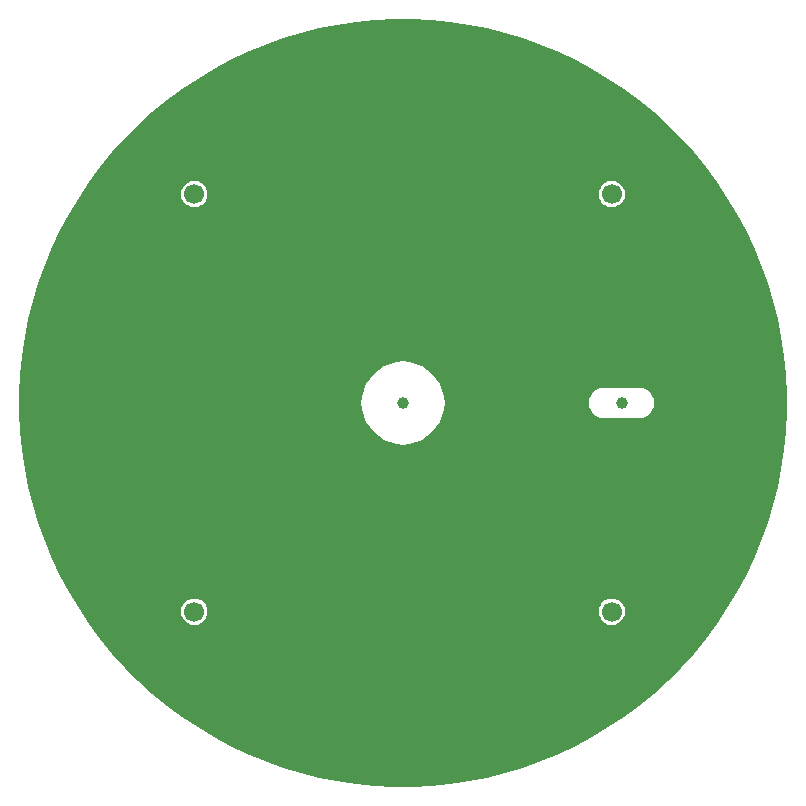
<source format=gbl>
%FSTAX23Y23*%
%MOIN*%
%SFA1B1*%

%IPPOS*%
%ADD14C,0.137800*%
%ADD15C,0.066930*%
%ADD16C,0.039370*%
%LNstator-1*%
%LPD*%
G36*
X03984Y04371D02*
X04046Y04365D01*
X04108Y04356*
X0417Y04343*
X04231Y04328*
X04291Y0431*
X0435Y04289*
X04408Y04265*
X04465Y04238*
X0452Y04208*
X04574Y04176*
X04626Y04141*
X04677Y04104*
X04726Y04064*
X04772Y04021*
X04816Y03977*
X04859Y03931*
X04899Y03882*
X04936Y03831*
X04971Y03779*
X05003Y03725*
X05033Y0367*
X0506Y03613*
X05084Y03555*
X05105Y03496*
X05123Y03436*
X05138Y03375*
X05151Y03313*
X0516Y03251*
X05166Y03189*
X05169Y03126*
Y03095*
Y03063*
X05166Y03*
X0516Y02938*
X05151Y02876*
X05138Y02814*
X05123Y02753*
X05105Y02693*
X05084Y02634*
X0506Y02576*
X05033Y02519*
X05003Y02464*
X04971Y0241*
X04936Y02358*
X04899Y02307*
X04859Y02259*
X04816Y02212*
X04772Y02168*
X04726Y02125*
X04677Y02085*
X04626Y02048*
X04574Y02013*
X0452Y01981*
X04465Y01951*
X04408Y01924*
X0435Y019*
X04291Y01879*
X04231Y01861*
X0417Y01846*
X04108Y01833*
X04046Y01824*
X03984Y01818*
X03921Y01815*
X03858*
X03795Y01818*
X03733Y01824*
X03671Y01833*
X03609Y01846*
X03548Y01861*
X03488Y01879*
X03429Y019*
X03371Y01924*
X03314Y01951*
X03259Y01981*
X03205Y02013*
X03153Y02048*
X03102Y02085*
X03053Y02125*
X03007Y02168*
X02963Y02212*
X0292Y02259*
X0288Y02307*
X02843Y02358*
X02808Y0241*
X02776Y02464*
X02746Y02519*
X02719Y02576*
X02695Y02634*
X02674Y02693*
X02656Y02753*
X02641Y02814*
X02628Y02876*
X02619Y02938*
X02613Y03*
X0261Y03063*
Y03095*
Y03126*
X02613Y03189*
X02619Y03251*
X02628Y03313*
X02641Y03375*
X02656Y03436*
X02674Y03496*
X02695Y03555*
X02719Y03613*
X02746Y0367*
X02776Y03725*
X02808Y03779*
X02843Y03831*
X0288Y03882*
X0292Y03931*
X02963Y03977*
X03007Y04021*
X03053Y04064*
X03102Y04104*
X03153Y04141*
X03205Y04176*
X03259Y04208*
X03314Y04238*
X03371Y04265*
X03429Y04289*
X03488Y0431*
X03548Y04328*
X03609Y04343*
X03671Y04356*
X03733Y04365*
X03795Y04371*
X03858Y04374*
X03921*
X03984Y04371*
G37*
%LNstator-2*%
%LPC*%
G36*
X04585Y03834D02*
X04574Y03833D01*
X04564Y03828*
X04554Y03821*
X04548Y03812*
X04543Y03802*
X04542Y0379*
X04543Y03779*
X04548Y03769*
X04554Y03759*
X04564Y03753*
X04574Y03748*
X04585Y03747*
X04597Y03748*
X04607Y03753*
X04616Y03759*
X04623Y03769*
X04628Y03779*
X04629Y0379*
X04628Y03802*
X04623Y03812*
X04616Y03821*
X04607Y03828*
X04597Y03833*
X04585Y03834*
G37*
G36*
X03194D02*
X03182Y03833D01*
X03172Y03828*
X03163Y03821*
X03156Y03812*
X03151Y03802*
X0315Y0379*
X03151Y03779*
X03156Y03769*
X03163Y03759*
X03172Y03753*
X03182Y03748*
X03194Y03747*
X03205Y03748*
X03215Y03753*
X03225Y03759*
X03232Y03769*
X03236Y03779*
X03237Y0379*
X03236Y03802*
X03232Y03812*
X03225Y03821*
X03215Y03828*
X03205Y03833*
X03194Y03834*
G37*
G36*
X04677Y03144D02*
X04559D01*
X04546Y03143*
X04534Y03138*
X04524Y0313*
X04516Y03119*
X04511Y03107*
X04509Y03095*
X04511Y03082*
X04516Y0307*
X04524Y03059*
X04534Y03051*
X04546Y03046*
X04559Y03045*
X04677*
X0469Y03046*
X04702Y03051*
X04712Y03059*
X0472Y0307*
X04725Y03082*
X04727Y03095*
X04725Y03107*
X0472Y03119*
X04712Y0313*
X04702Y03138*
X0469Y03143*
X04677Y03144*
G37*
G36*
X0389Y03233D02*
X03868Y03231D01*
X03847Y03226*
X03827Y03218*
X03808Y03206*
X03792Y03192*
X03778Y03176*
X03766Y03157*
X03758Y03137*
X03753Y03116*
X03751Y03095*
X03753Y03073*
X03758Y03052*
X03766Y03032*
X03778Y03013*
X03792Y02997*
X03808Y02983*
X03827Y02971*
X03847Y02963*
X03868Y02958*
X0389Y02956*
X03911Y02958*
X03932Y02963*
X03952Y02971*
X03971Y02983*
X03987Y02997*
X04001Y03013*
X04013Y03032*
X04021Y03052*
X04026Y03073*
X04028Y03095*
X04026Y03116*
X04021Y03137*
X04013Y03157*
X04001Y03176*
X03987Y03192*
X03971Y03206*
X03952Y03218*
X03932Y03226*
X03911Y03231*
X0389Y03233*
G37*
G36*
X04585Y02442D02*
X04574Y02441D01*
X04564Y02437*
X04554Y0243*
X04548Y0242*
X04543Y0241*
X04542Y02399*
X04543Y02387*
X04548Y02377*
X04554Y02368*
X04564Y02361*
X04574Y02356*
X04585Y02355*
X04597Y02356*
X04607Y02361*
X04616Y02368*
X04623Y02377*
X04628Y02387*
X04629Y02399*
X04628Y0241*
X04623Y0242*
X04616Y0243*
X04607Y02437*
X04597Y02441*
X04585Y02442*
G37*
G36*
X03194D02*
X03182Y02441D01*
X03172Y02437*
X03163Y0243*
X03156Y0242*
X03151Y0241*
X0315Y02399*
X03151Y02387*
X03156Y02377*
X03163Y02368*
X03172Y02361*
X03182Y02356*
X03194Y02355*
X03205Y02356*
X03215Y02361*
X03225Y02368*
X03232Y02377*
X03236Y02387*
X03237Y02399*
X03236Y0241*
X03232Y0242*
X03225Y0243*
X03215Y02437*
X03205Y02441*
X03194Y02442*
G37*
%LNstator-3*%
%LPD*%
G54D14*
X0389Y03419D03*
X02905Y03095D03*
X0389Y04079D03*
X04874Y03095D03*
X0389Y0211D03*
Y0277D03*
G54D15*
X04585Y02399D03*
X03194D03*
Y0379D03*
X04585D03*
G54D16*
X04618Y03095D03*
X0389D03*
M02*
</source>
